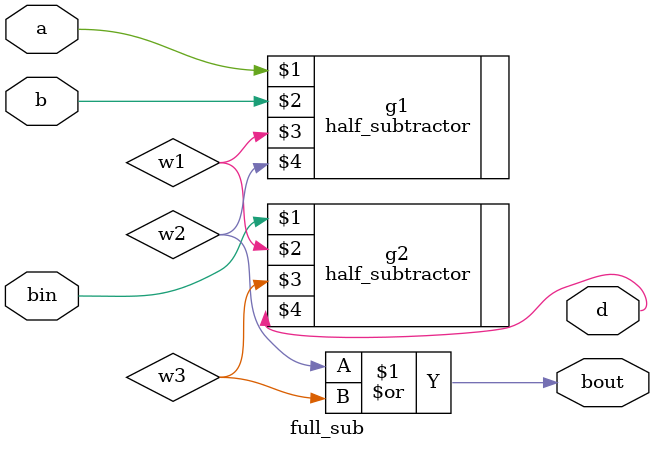
<source format=v>
module full_sub(input a,b,bin, output d,bout);
wire w1,w2,w3;
half_subtractor g1(a,b,w1,w2);
half_subtractor g2(bin,w1,w3,d);
assign bout = w2|w3;
endmodule

</source>
